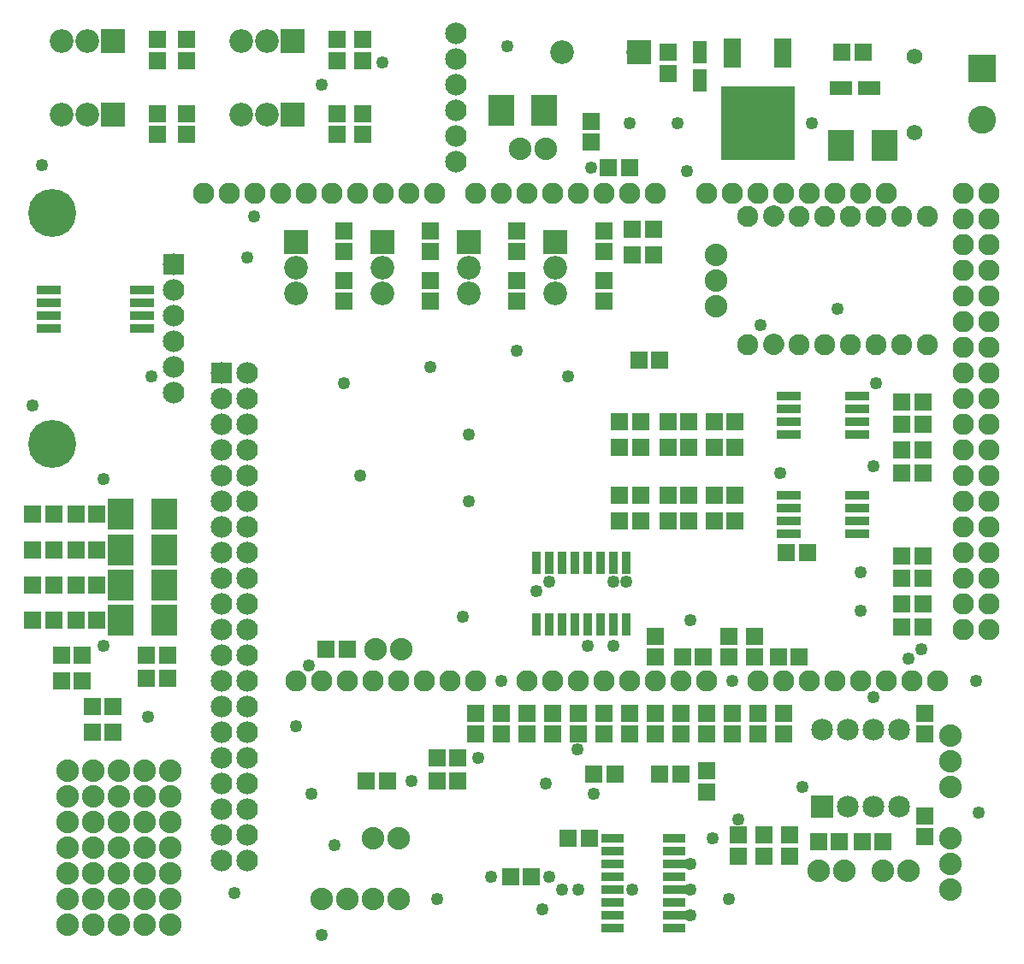
<source format=gts>
G04 MADE WITH FRITZING*
G04 WWW.FRITZING.ORG*
G04 DOUBLE SIDED*
G04 HOLES PLATED*
G04 CONTOUR ON CENTER OF CONTOUR VECTOR*
%ASAXBY*%
%FSLAX23Y23*%
%MOIN*%
%OFA0B0*%
%SFA1.0B1.0*%
%ADD10C,0.049370*%
%ADD11C,0.082472*%
%ADD12C,0.082445*%
%ADD13C,0.082417*%
%ADD14C,0.084000*%
%ADD15C,0.187165*%
%ADD16C,0.088000*%
%ADD17C,0.085000*%
%ADD18C,0.082917*%
%ADD19C,0.092000*%
%ADD20C,0.061496*%
%ADD21C,0.109055*%
%ADD22R,0.285591X0.285591*%
%ADD23R,0.069055X0.116299*%
%ADD24R,0.057244X0.088740*%
%ADD25R,0.069055X0.065118*%
%ADD26R,0.065118X0.069055*%
%ADD27R,0.096614X0.033622*%
%ADD28R,0.100086X0.123708*%
%ADD29R,0.084000X0.084000*%
%ADD30R,0.036000X0.090000*%
%ADD31R,0.096900X0.034000*%
%ADD32R,0.088740X0.057244*%
%ADD33R,0.090000X0.036000*%
%ADD34R,0.085000X0.085000*%
%ADD35R,0.092000X0.092000*%
%ADD36R,0.109055X0.109055*%
%ADD37R,0.001000X0.001000*%
%LNMASK1*%
G90*
G70*
G54D10*
X1907Y3645D03*
X3094Y3345D03*
X2607Y3157D03*
X919Y2982D03*
X2244Y732D03*
X2057Y770D03*
X1182Y182D03*
X1632Y320D03*
X1844Y408D03*
X2769Y320D03*
X2807Y632D03*
X3744Y657D03*
X3519Y1295D03*
X3282Y1445D03*
X1419Y3582D03*
X1332Y1970D03*
X1757Y1870D03*
X1757Y2132D03*
X2144Y2357D03*
X1082Y995D03*
X1232Y532D03*
X519Y2357D03*
X332Y1307D03*
G54D11*
X2844Y2482D03*
X3544Y2982D03*
X3444Y2982D03*
X3344Y2982D03*
X3244Y2982D03*
X3144Y2982D03*
G54D12*
X3044Y2982D03*
G54D11*
X2844Y2982D03*
G54D12*
X3544Y2482D03*
G54D13*
X3444Y2482D03*
G54D12*
X3344Y2482D03*
G54D11*
X3244Y2482D03*
G54D12*
X3144Y2482D03*
G54D13*
X3044Y2482D03*
G54D10*
X2707Y557D03*
X2019Y1520D03*
X2232Y3170D03*
X2070Y407D03*
X2569Y3345D03*
X2382Y3345D03*
X57Y2245D03*
G54D14*
X607Y2794D03*
X607Y2694D03*
X607Y2594D03*
X607Y2494D03*
X607Y2394D03*
X607Y2294D03*
G54D10*
X844Y345D03*
X94Y3182D03*
X1144Y732D03*
X2394Y357D03*
X2182Y357D03*
X2119Y357D03*
X2044Y282D03*
X2620Y257D03*
X2619Y357D03*
X2619Y457D03*
X2181Y905D03*
X3469Y1257D03*
X332Y1957D03*
X894Y2820D03*
X3344Y2332D03*
X3282Y1595D03*
X2319Y1557D03*
X2619Y1407D03*
X1794Y870D03*
X1132Y1232D03*
X2219Y1307D03*
X2069Y1557D03*
X2319Y1307D03*
X2369Y1557D03*
X1732Y1420D03*
X3732Y1170D03*
X1532Y782D03*
G54D14*
X1707Y3695D03*
X1707Y3595D03*
X1707Y3495D03*
X1707Y3395D03*
X1707Y3295D03*
X1707Y3195D03*
X1707Y3695D03*
X1707Y3595D03*
X1707Y3495D03*
X1707Y3395D03*
X1707Y3295D03*
X1707Y3195D03*
G54D10*
X3057Y757D03*
G54D15*
X132Y2095D03*
X132Y2995D03*
G54D10*
X1607Y2395D03*
X1944Y2457D03*
X1269Y2332D03*
X1182Y3495D03*
X3332Y1107D03*
X1882Y1170D03*
X507Y1032D03*
X2782Y1170D03*
X3194Y2620D03*
X2969Y1982D03*
X3332Y2007D03*
G54D16*
X594Y220D03*
X494Y220D03*
X394Y220D03*
X294Y220D03*
X194Y220D03*
X594Y820D03*
X494Y820D03*
X394Y820D03*
X294Y820D03*
X194Y820D03*
X194Y620D03*
X294Y620D03*
X394Y620D03*
X494Y620D03*
X494Y320D03*
X494Y420D03*
X194Y320D03*
X194Y420D03*
X294Y320D03*
X294Y420D03*
X394Y320D03*
X394Y420D03*
X594Y320D03*
X594Y420D03*
X1182Y320D03*
X1282Y320D03*
X194Y720D03*
X294Y720D03*
X394Y720D03*
X494Y720D03*
X1482Y320D03*
X494Y520D03*
X594Y520D03*
X1494Y1295D03*
X1394Y1295D03*
X194Y520D03*
X294Y520D03*
X394Y520D03*
X594Y720D03*
X1382Y320D03*
X594Y620D03*
G54D10*
X2894Y2557D03*
G54D17*
X3132Y682D03*
X3132Y982D03*
X3232Y682D03*
X3232Y982D03*
X3332Y682D03*
X3332Y982D03*
X3432Y682D03*
X3432Y982D03*
G54D14*
X894Y2370D03*
X894Y2270D03*
X894Y2170D03*
X894Y2070D03*
X894Y1970D03*
X894Y1870D03*
X894Y1770D03*
X894Y1670D03*
X894Y1570D03*
X894Y1470D03*
X894Y1370D03*
X894Y1270D03*
X894Y1170D03*
X894Y1070D03*
X894Y970D03*
X894Y870D03*
X894Y770D03*
X894Y670D03*
X894Y570D03*
X894Y470D03*
X794Y2370D03*
X794Y2270D03*
X794Y2170D03*
X794Y2070D03*
X794Y1970D03*
X794Y1870D03*
X794Y1770D03*
X794Y1670D03*
X794Y1570D03*
X794Y1470D03*
X794Y1370D03*
X794Y1270D03*
X794Y1170D03*
X794Y1070D03*
X794Y970D03*
X794Y870D03*
X794Y770D03*
X794Y670D03*
X794Y570D03*
X794Y470D03*
G54D18*
X2982Y1170D03*
X1382Y1170D03*
X3082Y1170D03*
X3182Y1170D03*
X3282Y1170D03*
X3382Y1170D03*
X3682Y2570D03*
X3482Y1170D03*
X3582Y1170D03*
X1422Y3070D03*
X1982Y1170D03*
X2082Y1170D03*
X2182Y1170D03*
X2282Y1170D03*
X3682Y1770D03*
X2382Y1170D03*
X2482Y1170D03*
X2582Y1170D03*
X2682Y1170D03*
X2182Y3070D03*
X3682Y2970D03*
X3682Y2170D03*
X3682Y1370D03*
X1022Y3070D03*
X1782Y1170D03*
X1782Y3070D03*
X3682Y2770D03*
X3682Y2370D03*
X3682Y1970D03*
X3382Y3070D03*
X3682Y1570D03*
X3282Y3070D03*
X3182Y3070D03*
X3082Y3070D03*
X2982Y3070D03*
X2882Y3070D03*
X2782Y3070D03*
X2682Y3070D03*
X822Y3070D03*
X1222Y3070D03*
X1622Y3070D03*
X1182Y1170D03*
X1582Y1170D03*
X2382Y3070D03*
X1982Y3070D03*
X3682Y3070D03*
X3682Y2870D03*
X3682Y2670D03*
X3682Y2470D03*
X3682Y2270D03*
X3682Y2070D03*
X3682Y1870D03*
X3682Y1670D03*
X3682Y1470D03*
X722Y3070D03*
X922Y3070D03*
X1122Y3070D03*
X1322Y3070D03*
X1522Y3070D03*
X1082Y1170D03*
X1282Y1170D03*
X1482Y1170D03*
X1682Y1170D03*
X2482Y3070D03*
X2282Y3070D03*
X2082Y3070D03*
X1882Y3070D03*
X3782Y3070D03*
X3782Y2970D03*
X3782Y2870D03*
X3782Y2770D03*
X3782Y2670D03*
X3782Y2570D03*
X3782Y2470D03*
X3782Y2370D03*
X3782Y2270D03*
X3782Y2170D03*
X3782Y2070D03*
X3782Y1970D03*
X3782Y1870D03*
X3782Y1770D03*
X3782Y1670D03*
X3782Y1570D03*
X3782Y1470D03*
X3782Y1370D03*
X2882Y1170D03*
G54D19*
X1419Y2882D03*
X1419Y2782D03*
X1419Y2682D03*
X2094Y2882D03*
X2094Y2782D03*
X2094Y2682D03*
X1757Y2882D03*
X1757Y2782D03*
X1757Y2682D03*
X1082Y2882D03*
X1082Y2782D03*
X1082Y2682D03*
G54D16*
X3632Y357D03*
X3632Y457D03*
X3632Y557D03*
X3632Y957D03*
X3632Y857D03*
X3632Y757D03*
X2057Y3245D03*
X1957Y3245D03*
X2719Y2832D03*
X2719Y2732D03*
X2719Y2632D03*
X3119Y432D03*
X3219Y432D03*
X1482Y557D03*
X1382Y557D03*
X3469Y432D03*
X3369Y432D03*
G54D19*
X2417Y3620D03*
X2119Y3620D03*
G54D20*
X3494Y3307D03*
X3494Y3603D03*
X3494Y3307D03*
X3494Y3603D03*
G54D19*
X369Y3377D03*
X269Y3377D03*
X169Y3377D03*
X1069Y3664D03*
X969Y3664D03*
X869Y3664D03*
X369Y3664D03*
X269Y3664D03*
X169Y3664D03*
X1069Y3377D03*
X969Y3377D03*
X869Y3377D03*
G54D21*
X3757Y3557D03*
X3757Y3357D03*
G54D22*
X2882Y3345D03*
G54D23*
X2783Y3618D03*
X2980Y3618D03*
G54D24*
X2657Y3620D03*
X2657Y3510D03*
G54D25*
X2232Y3270D03*
X2232Y3351D03*
G54D26*
X2301Y3170D03*
X2382Y3170D03*
G54D27*
X482Y2595D03*
X120Y2595D03*
X482Y2545D03*
X482Y2645D03*
X482Y2695D03*
X120Y2545D03*
X120Y2645D03*
X120Y2695D03*
G54D28*
X3207Y3257D03*
X3376Y3257D03*
X1882Y3395D03*
X2051Y3395D03*
G54D29*
X607Y2794D03*
G54D30*
X2019Y1390D03*
X2069Y1390D03*
X2119Y1390D03*
X2169Y1390D03*
X2219Y1390D03*
X2269Y1390D03*
X2319Y1390D03*
X2369Y1390D03*
X2369Y1632D03*
X2319Y1632D03*
X2269Y1632D03*
X2219Y1632D03*
X2169Y1632D03*
X2119Y1632D03*
X2069Y1632D03*
X2019Y1632D03*
G54D31*
X3269Y2132D03*
X3269Y2182D03*
X3269Y2232D03*
X3269Y2282D03*
X3004Y2282D03*
X3004Y2232D03*
X3004Y2182D03*
X3004Y2132D03*
X3269Y1745D03*
X3269Y1795D03*
X3269Y1845D03*
X3269Y1895D03*
X3004Y1895D03*
X3004Y1845D03*
X3004Y1795D03*
X3004Y1745D03*
G54D28*
X569Y1407D03*
X400Y1407D03*
X569Y1545D03*
X400Y1545D03*
X569Y1682D03*
X400Y1682D03*
X569Y1820D03*
X400Y1820D03*
G54D26*
X57Y1407D03*
X138Y1407D03*
X57Y1545D03*
X138Y1545D03*
X57Y1682D03*
X138Y1682D03*
X57Y1820D03*
X138Y1820D03*
X2532Y1795D03*
X2613Y1795D03*
X2532Y1895D03*
X2613Y1895D03*
X2532Y2082D03*
X2613Y2082D03*
X2532Y2182D03*
X2613Y2182D03*
X307Y1407D03*
X226Y1407D03*
X307Y1545D03*
X226Y1545D03*
X307Y1682D03*
X226Y1682D03*
X307Y1820D03*
X226Y1820D03*
X2344Y1795D03*
X2425Y1795D03*
X2344Y1895D03*
X2425Y1895D03*
X2344Y2082D03*
X2425Y2082D03*
X2344Y2182D03*
X2425Y2182D03*
G54D32*
X3207Y3482D03*
X3317Y3482D03*
G54D33*
X2557Y207D03*
X2557Y257D03*
X2557Y307D03*
X2557Y357D03*
X2557Y407D03*
X2557Y457D03*
X2557Y507D03*
X2557Y557D03*
X2315Y557D03*
X2315Y507D03*
X2315Y457D03*
X2315Y407D03*
X2315Y357D03*
X2315Y307D03*
X2315Y257D03*
X2315Y207D03*
G54D26*
X2144Y557D03*
X2225Y557D03*
X582Y1182D03*
X501Y1182D03*
X369Y1070D03*
X289Y1070D03*
X2394Y2932D03*
X2475Y2932D03*
X3292Y3620D03*
X3211Y3620D03*
G54D25*
X2532Y3539D03*
X2532Y3620D03*
G54D26*
X369Y970D03*
X289Y970D03*
X582Y1270D03*
X501Y1270D03*
X250Y1270D03*
X169Y1270D03*
G54D25*
X1344Y3302D03*
X1344Y3382D03*
X1244Y3589D03*
X1244Y3670D03*
X1344Y3589D03*
X1344Y3670D03*
X1244Y3302D03*
X1244Y3382D03*
X657Y3589D03*
X657Y3670D03*
X544Y3589D03*
X544Y3670D03*
X657Y3302D03*
X657Y3382D03*
X544Y3302D03*
X544Y3382D03*
G54D26*
X3525Y2257D03*
X3444Y2257D03*
X3525Y1982D03*
X3444Y1982D03*
X3525Y2070D03*
X3444Y2070D03*
X3525Y2170D03*
X3444Y2170D03*
X2419Y2420D03*
X2500Y2420D03*
X3525Y1382D03*
X3444Y1382D03*
X3525Y1470D03*
X3444Y1470D03*
X3525Y1570D03*
X3444Y1570D03*
X3525Y1657D03*
X3444Y1657D03*
G54D25*
X1269Y2652D03*
X1269Y2732D03*
X1607Y2652D03*
X1607Y2732D03*
X1944Y2652D03*
X1944Y2732D03*
X2282Y2652D03*
X2282Y2732D03*
X1269Y2926D03*
X1269Y2845D03*
X1607Y2926D03*
X1607Y2845D03*
X1944Y2926D03*
X1944Y2845D03*
X2282Y2926D03*
X2282Y2845D03*
G54D26*
X2714Y2082D03*
X2794Y2082D03*
X2794Y2182D03*
X2714Y2182D03*
X1713Y782D03*
X1632Y782D03*
X2325Y807D03*
X2244Y807D03*
X250Y1170D03*
X169Y1170D03*
X2994Y1670D03*
X3075Y1670D03*
G54D25*
X2769Y1345D03*
X2769Y1264D03*
X2082Y964D03*
X2082Y1045D03*
G54D26*
X1282Y1295D03*
X1201Y1295D03*
X2475Y2832D03*
X2394Y2832D03*
G54D25*
X1982Y964D03*
X1982Y1045D03*
G54D26*
X1713Y870D03*
X1632Y870D03*
G54D25*
X1782Y1045D03*
X1782Y964D03*
G54D26*
X3044Y1266D03*
X2964Y1266D03*
G54D25*
X2482Y1264D03*
X2482Y1345D03*
X3532Y964D03*
X3532Y1045D03*
G54D26*
X3289Y545D03*
X3369Y545D03*
X3200Y545D03*
X3119Y545D03*
G54D25*
X3532Y564D03*
X3532Y645D03*
X3007Y570D03*
X3007Y489D03*
X2682Y739D03*
X2682Y820D03*
G54D26*
X2501Y807D03*
X2582Y807D03*
G54D34*
X3132Y682D03*
G54D29*
X794Y2370D03*
G54D35*
X1419Y2882D03*
X2094Y2882D03*
X1757Y2882D03*
X1082Y2882D03*
X2418Y3620D03*
X369Y3377D03*
X1069Y3664D03*
X369Y3664D03*
X1069Y3377D03*
G54D36*
X3757Y3557D03*
G54D25*
X2882Y964D03*
X2882Y1045D03*
X2807Y489D03*
X2807Y570D03*
X2907Y489D03*
X2907Y570D03*
G54D26*
X1357Y782D03*
X1438Y782D03*
G54D25*
X1882Y964D03*
X1882Y1045D03*
X2182Y964D03*
X2182Y1045D03*
X2982Y964D03*
X2982Y1045D03*
X2682Y964D03*
X2682Y1045D03*
X2582Y964D03*
X2582Y1045D03*
X2782Y964D03*
X2782Y1045D03*
X2482Y964D03*
X2482Y1045D03*
X2282Y964D03*
X2282Y1045D03*
X2382Y964D03*
X2382Y1045D03*
G54D26*
X2714Y1795D03*
X2794Y1795D03*
X2794Y1895D03*
X2714Y1895D03*
X2669Y1266D03*
X2589Y1266D03*
G54D25*
X2869Y1264D03*
X2869Y1345D03*
G54D26*
X1919Y407D03*
X2000Y407D03*
G54D37*
X2943Y3024D02*
X2944Y3024D01*
X2936Y3023D02*
X2952Y3023D01*
X2932Y3022D02*
X2956Y3022D01*
X2929Y3021D02*
X2959Y3021D01*
X2927Y3020D02*
X2961Y3020D01*
X2925Y3019D02*
X2963Y3019D01*
X2923Y3018D02*
X2965Y3018D01*
X2921Y3017D02*
X2966Y3017D01*
X2920Y3016D02*
X2968Y3016D01*
X2919Y3015D02*
X2969Y3015D01*
X2917Y3014D02*
X2970Y3014D01*
X2916Y3013D02*
X2971Y3013D01*
X2915Y3012D02*
X2972Y3012D01*
X2914Y3011D02*
X2973Y3011D01*
X2913Y3010D02*
X2974Y3010D01*
X2913Y3009D02*
X2975Y3009D01*
X2912Y3008D02*
X2976Y3008D01*
X2911Y3007D02*
X2977Y3007D01*
X2910Y3006D02*
X2977Y3006D01*
X2910Y3005D02*
X2978Y3005D01*
X2909Y3004D02*
X2979Y3004D01*
X2908Y3003D02*
X2979Y3003D01*
X2908Y3002D02*
X2980Y3002D01*
X2907Y3001D02*
X2980Y3001D01*
X2907Y3000D02*
X2981Y3000D01*
X2906Y2999D02*
X2981Y2999D01*
X2906Y2998D02*
X2982Y2998D01*
X2906Y2997D02*
X2982Y2997D01*
X2905Y2996D02*
X2982Y2996D01*
X2905Y2995D02*
X2983Y2995D01*
X2905Y2994D02*
X2983Y2994D01*
X2905Y2993D02*
X2983Y2993D01*
X2904Y2992D02*
X2983Y2992D01*
X2904Y2991D02*
X2984Y2991D01*
X2904Y2990D02*
X2984Y2990D01*
X2904Y2989D02*
X2984Y2989D01*
X2904Y2988D02*
X2984Y2988D01*
X2903Y2987D02*
X2984Y2987D01*
X2903Y2986D02*
X2984Y2986D01*
X2903Y2985D02*
X2984Y2985D01*
X2903Y2984D02*
X2985Y2984D01*
X2903Y2983D02*
X2985Y2983D01*
X2903Y2982D02*
X2985Y2982D01*
X2903Y2981D02*
X2984Y2981D01*
X2903Y2980D02*
X2984Y2980D01*
X2903Y2979D02*
X2984Y2979D01*
X2904Y2978D02*
X2984Y2978D01*
X2904Y2977D02*
X2984Y2977D01*
X2904Y2976D02*
X2984Y2976D01*
X2904Y2975D02*
X2984Y2975D01*
X2904Y2974D02*
X2984Y2974D01*
X2904Y2973D02*
X2983Y2973D01*
X2905Y2972D02*
X2983Y2972D01*
X2905Y2971D02*
X2983Y2971D01*
X2905Y2970D02*
X2983Y2970D01*
X2906Y2969D02*
X2982Y2969D01*
X2906Y2968D02*
X2982Y2968D01*
X2906Y2967D02*
X2981Y2967D01*
X2907Y2966D02*
X2981Y2966D01*
X2907Y2965D02*
X2980Y2965D01*
X2908Y2964D02*
X2980Y2964D01*
X2908Y2963D02*
X2979Y2963D01*
X2909Y2962D02*
X2979Y2962D01*
X2909Y2961D02*
X2978Y2961D01*
X2910Y2960D02*
X2978Y2960D01*
X2911Y2959D02*
X2977Y2959D01*
X2912Y2958D02*
X2976Y2958D01*
X2912Y2957D02*
X2975Y2957D01*
X2913Y2956D02*
X2975Y2956D01*
X2914Y2955D02*
X2974Y2955D01*
X2915Y2954D02*
X2973Y2954D01*
X2916Y2953D02*
X2972Y2953D01*
X2917Y2952D02*
X2971Y2952D01*
X2918Y2951D02*
X2970Y2951D01*
X2920Y2950D02*
X2968Y2950D01*
X2921Y2949D02*
X2967Y2949D01*
X2922Y2948D02*
X2965Y2948D01*
X2924Y2947D02*
X2964Y2947D01*
X2926Y2946D02*
X2962Y2946D01*
X2928Y2945D02*
X2960Y2945D01*
X2931Y2944D02*
X2957Y2944D01*
X2934Y2943D02*
X2954Y2943D01*
X2939Y2942D02*
X2949Y2942D01*
X2944Y2524D02*
X2944Y2524D01*
X2936Y2523D02*
X2952Y2523D01*
X2932Y2522D02*
X2956Y2522D01*
X2929Y2521D02*
X2959Y2521D01*
X2927Y2520D02*
X2961Y2520D01*
X2925Y2519D02*
X2963Y2519D01*
X2923Y2518D02*
X2965Y2518D01*
X2921Y2517D02*
X2966Y2517D01*
X2920Y2516D02*
X2968Y2516D01*
X2919Y2515D02*
X2969Y2515D01*
X2918Y2514D02*
X2970Y2514D01*
X2916Y2513D02*
X2971Y2513D01*
X2915Y2512D02*
X2972Y2512D01*
X2914Y2511D02*
X2973Y2511D01*
X2913Y2510D02*
X2974Y2510D01*
X2913Y2509D02*
X2975Y2509D01*
X2912Y2508D02*
X2976Y2508D01*
X2911Y2507D02*
X2977Y2507D01*
X2910Y2506D02*
X2977Y2506D01*
X2910Y2505D02*
X2978Y2505D01*
X2909Y2504D02*
X2979Y2504D01*
X2909Y2503D02*
X2979Y2503D01*
X2908Y2502D02*
X2980Y2502D01*
X2907Y2501D02*
X2980Y2501D01*
X2907Y2500D02*
X2981Y2500D01*
X2906Y2499D02*
X2981Y2499D01*
X2906Y2498D02*
X2982Y2498D01*
X2906Y2497D02*
X2982Y2497D01*
X2905Y2496D02*
X2982Y2496D01*
X2905Y2495D02*
X2983Y2495D01*
X2905Y2494D02*
X2983Y2494D01*
X2905Y2493D02*
X2983Y2493D01*
X2904Y2492D02*
X2983Y2492D01*
X2904Y2491D02*
X2984Y2491D01*
X2904Y2490D02*
X2984Y2490D01*
X2904Y2489D02*
X2984Y2489D01*
X2904Y2488D02*
X2984Y2488D01*
X2903Y2487D02*
X2984Y2487D01*
X2903Y2486D02*
X2984Y2486D01*
X2903Y2485D02*
X2984Y2485D01*
X2903Y2484D02*
X2985Y2484D01*
X2903Y2483D02*
X2985Y2483D01*
X2903Y2482D02*
X2985Y2482D01*
X2903Y2481D02*
X2984Y2481D01*
X2903Y2480D02*
X2984Y2480D01*
X2903Y2479D02*
X2984Y2479D01*
X2904Y2478D02*
X2984Y2478D01*
X2904Y2477D02*
X2984Y2477D01*
X2904Y2476D02*
X2984Y2476D01*
X2904Y2475D02*
X2984Y2475D01*
X2904Y2474D02*
X2984Y2474D01*
X2904Y2473D02*
X2983Y2473D01*
X2905Y2472D02*
X2983Y2472D01*
X2905Y2471D02*
X2983Y2471D01*
X2905Y2470D02*
X2983Y2470D01*
X2906Y2469D02*
X2982Y2469D01*
X2906Y2468D02*
X2982Y2468D01*
X2906Y2467D02*
X2981Y2467D01*
X2907Y2466D02*
X2981Y2466D01*
X2907Y2465D02*
X2980Y2465D01*
X2908Y2464D02*
X2980Y2464D01*
X2908Y2463D02*
X2979Y2463D01*
X2909Y2462D02*
X2979Y2462D01*
X2910Y2461D02*
X2978Y2461D01*
X2910Y2460D02*
X2978Y2460D01*
X2911Y2459D02*
X2977Y2459D01*
X2912Y2458D02*
X2976Y2458D01*
X2912Y2457D02*
X2975Y2457D01*
X2913Y2456D02*
X2975Y2456D01*
X2914Y2455D02*
X2974Y2455D01*
X2915Y2454D02*
X2973Y2454D01*
X2916Y2453D02*
X2972Y2453D01*
X2917Y2452D02*
X2971Y2452D01*
X2918Y2451D02*
X2970Y2451D01*
X2920Y2450D02*
X2968Y2450D01*
X2921Y2449D02*
X2967Y2449D01*
X2922Y2448D02*
X2965Y2448D01*
X2924Y2447D02*
X2964Y2447D01*
X2926Y2446D02*
X2962Y2446D01*
X2928Y2445D02*
X2960Y2445D01*
X2931Y2444D02*
X2957Y2444D01*
X2934Y2443D02*
X2954Y2443D01*
X2939Y2442D02*
X2949Y2442D01*
D02*
G04 End of Mask1*
M02*
</source>
